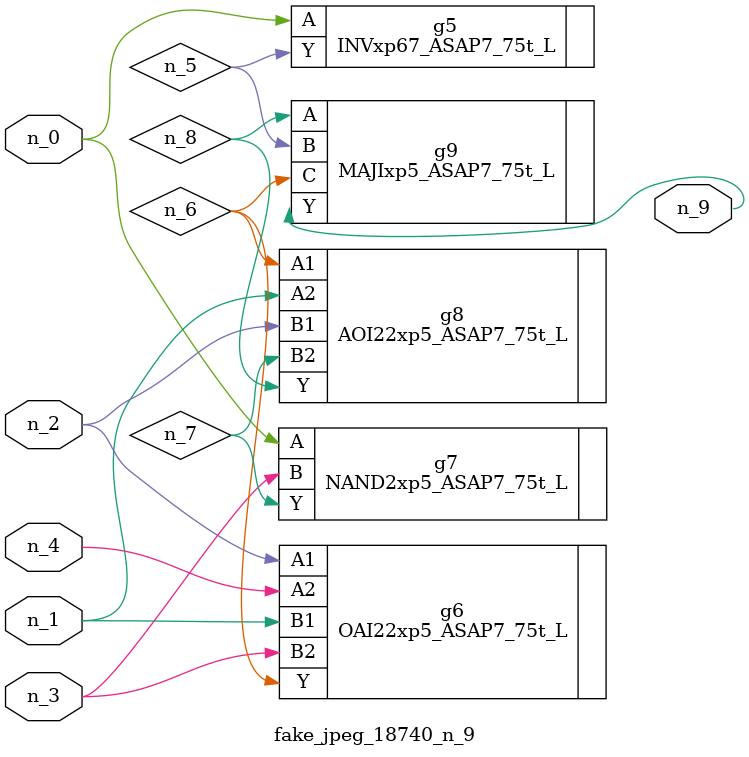
<source format=v>
module fake_jpeg_18740_n_9 (n_3, n_2, n_1, n_0, n_4, n_9);

input n_3;
input n_2;
input n_1;
input n_0;
input n_4;

output n_9;

wire n_8;
wire n_6;
wire n_5;
wire n_7;

INVxp67_ASAP7_75t_L g5 ( 
.A(n_0),
.Y(n_5)
);

OAI22xp5_ASAP7_75t_L g6 ( 
.A1(n_2),
.A2(n_4),
.B1(n_1),
.B2(n_3),
.Y(n_6)
);

NAND2xp5_ASAP7_75t_L g7 ( 
.A(n_0),
.B(n_3),
.Y(n_7)
);

AOI22xp5_ASAP7_75t_L g8 ( 
.A1(n_6),
.A2(n_1),
.B1(n_2),
.B2(n_7),
.Y(n_8)
);

MAJIxp5_ASAP7_75t_L g9 ( 
.A(n_8),
.B(n_5),
.C(n_6),
.Y(n_9)
);


endmodule
</source>
